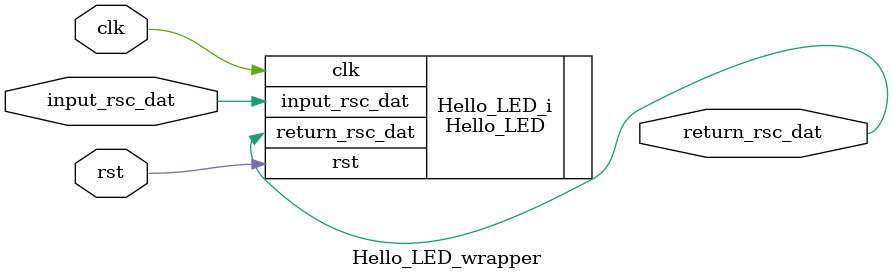
<source format=v>
`timescale 1 ps / 1 ps

module Hello_LED_wrapper
   (clk,
    input_rsc_dat,
    return_rsc_dat,
    rst);
  input clk;
  input input_rsc_dat;
  output return_rsc_dat;
  input rst;

  wire clk;
  wire input_rsc_dat;
  wire return_rsc_dat;
  wire rst;

  Hello_LED Hello_LED_i
       (.clk(clk),
        .input_rsc_dat(input_rsc_dat),
        .return_rsc_dat(return_rsc_dat),
        .rst(rst));
endmodule

</source>
